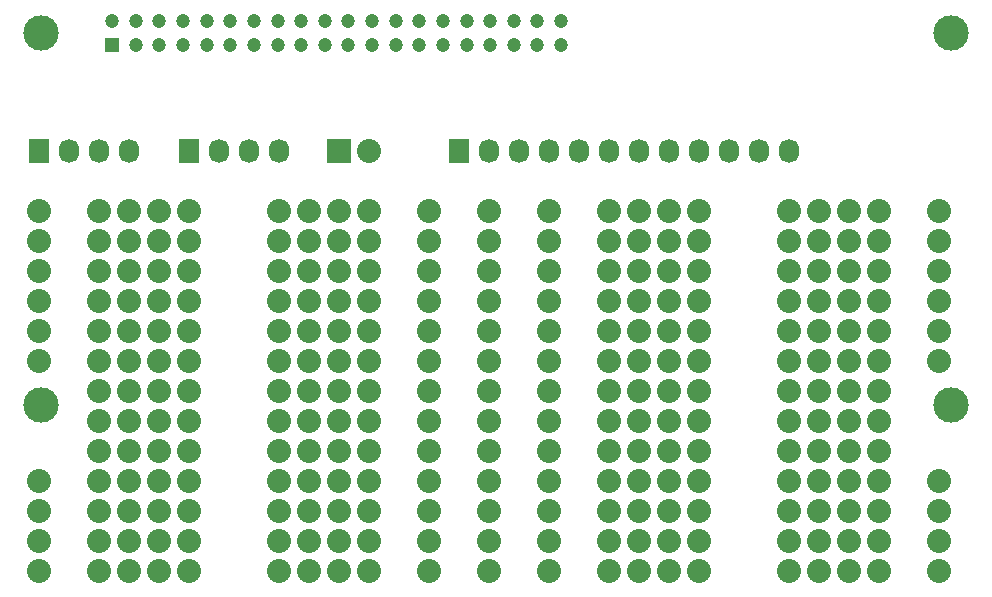
<source format=gbr>
G04 #@! TF.GenerationSoftware,KiCad,Pcbnew,(2017-08-02 revision 9760937)-master*
G04 #@! TF.CreationDate,2017-08-14T12:51:11-05:00*
G04 #@! TF.ProjectId,proto-mezzanine,70726F746F2D6D657A7A616E696E652E,A*
G04 #@! TF.SameCoordinates,Original*
G04 #@! TF.FileFunction,Soldermask,Top*
G04 #@! TF.FilePolarity,Negative*
%FSLAX46Y46*%
G04 Gerber Fmt 4.6, Leading zero omitted, Abs format (unit mm)*
G04 Created by KiCad (PCBNEW (2017-08-02 revision 9760937)-master) date Mon Aug 14 12:51:11 2017*
%MOMM*%
%LPD*%
G01*
G04 APERTURE LIST*
%ADD10C,2.032000*%
%ADD11R,2.032000X2.032000*%
%ADD12O,2.032000X2.032000*%
%ADD13O,1.727200X2.032000*%
%ADD14R,1.727200X2.032000*%
%ADD15R,1.200000X1.200000*%
%ADD16C,1.200000*%
%ADD17C,3.000000*%
G04 APERTURE END LIST*
D10*
X180010000Y-149530000D03*
X180010000Y-119050000D03*
X180010000Y-121590000D03*
X180010000Y-129210000D03*
X180010000Y-126670000D03*
X180010000Y-131750000D03*
X180010000Y-124130000D03*
X180010000Y-144450000D03*
X180010000Y-141910000D03*
X180010000Y-146990000D03*
X136830000Y-149530000D03*
X136830000Y-141910000D03*
X136830000Y-139370000D03*
X136830000Y-144450000D03*
X136830000Y-146990000D03*
X136830000Y-129210000D03*
X136830000Y-131750000D03*
X136830000Y-136830000D03*
X136830000Y-134290000D03*
X136830000Y-124130000D03*
X136830000Y-126670000D03*
X136830000Y-121590000D03*
X146990000Y-149530000D03*
X146990000Y-139370000D03*
X146990000Y-144450000D03*
X146990000Y-141910000D03*
X146990000Y-146990000D03*
X146990000Y-136830000D03*
X146990000Y-134290000D03*
X146990000Y-131750000D03*
X146990000Y-129210000D03*
X146990000Y-126670000D03*
X146990000Y-124130000D03*
X146990000Y-121590000D03*
X146990000Y-119050000D03*
X141910000Y-149530000D03*
X141910000Y-144450000D03*
X141910000Y-146990000D03*
X141910000Y-141910000D03*
X141910000Y-139370000D03*
X141910000Y-131750000D03*
X141910000Y-129210000D03*
X141910000Y-136830000D03*
X141910000Y-134290000D03*
X141910000Y-126670000D03*
X141910000Y-124130000D03*
X141910000Y-121590000D03*
X141910000Y-119050000D03*
X103810000Y-146990000D03*
X103810000Y-144450000D03*
X103810000Y-149530000D03*
X103810000Y-141910000D03*
X103810000Y-131750000D03*
X103810000Y-129210000D03*
X103810000Y-126670000D03*
X103810000Y-121590000D03*
X103810000Y-119050000D03*
X159690000Y-144450000D03*
X169850000Y-139370000D03*
X174930000Y-134290000D03*
X169850000Y-124130000D03*
X169850000Y-141910000D03*
X172390000Y-131750000D03*
X174930000Y-131750000D03*
X157150000Y-119050000D03*
X174930000Y-141910000D03*
X167310000Y-146990000D03*
X154610000Y-136830000D03*
X159690000Y-121590000D03*
X172390000Y-126670000D03*
X157150000Y-141910000D03*
X159690000Y-126670000D03*
X172390000Y-149530000D03*
X154610000Y-124130000D03*
X157150000Y-129210000D03*
X159690000Y-149530000D03*
X159690000Y-146990000D03*
X159690000Y-129210000D03*
X157150000Y-146990000D03*
X159690000Y-141910000D03*
X152070000Y-129210000D03*
X157150000Y-144450000D03*
X152070000Y-144450000D03*
X154610000Y-119050000D03*
X167310000Y-134290000D03*
X174930000Y-129210000D03*
X167310000Y-141910000D03*
X174930000Y-119050000D03*
X152070000Y-141910000D03*
X154610000Y-131750000D03*
X174930000Y-126670000D03*
X157150000Y-121590000D03*
X157150000Y-124130000D03*
X167310000Y-129210000D03*
X172390000Y-121590000D03*
X169850000Y-129210000D03*
X169850000Y-126670000D03*
X174930000Y-139370000D03*
X167310000Y-124130000D03*
X169850000Y-131750000D03*
X152070000Y-119050000D03*
X152070000Y-124130000D03*
X167310000Y-121590000D03*
X152070000Y-149530000D03*
X159690000Y-139370000D03*
X169850000Y-146990000D03*
X174930000Y-146990000D03*
X174930000Y-144450000D03*
X174930000Y-136830000D03*
X172390000Y-124130000D03*
X152070000Y-126670000D03*
X169850000Y-136830000D03*
X172390000Y-119050000D03*
X152070000Y-139370000D03*
X152070000Y-121590000D03*
X157150000Y-149530000D03*
X152070000Y-146990000D03*
X152070000Y-134290000D03*
X152070000Y-136830000D03*
X167310000Y-136830000D03*
X167310000Y-131750000D03*
X167310000Y-119050000D03*
X154610000Y-144450000D03*
X174930000Y-124130000D03*
X172390000Y-129210000D03*
X157150000Y-139370000D03*
X167310000Y-149530000D03*
X159690000Y-131750000D03*
X154610000Y-146990000D03*
X167310000Y-144450000D03*
X169850000Y-134290000D03*
X172390000Y-141910000D03*
X172390000Y-134290000D03*
X174930000Y-121590000D03*
X169850000Y-144450000D03*
X157150000Y-134290000D03*
X157150000Y-126670000D03*
X169850000Y-119050000D03*
X154610000Y-139370000D03*
X157150000Y-136830000D03*
X169850000Y-121590000D03*
X159690000Y-134290000D03*
X172390000Y-139370000D03*
X157150000Y-131750000D03*
X167310000Y-139370000D03*
X167310000Y-126670000D03*
X154610000Y-141910000D03*
X159690000Y-119050000D03*
X172390000Y-144450000D03*
X172390000Y-136830000D03*
X169850000Y-149530000D03*
X152070000Y-131750000D03*
X154610000Y-126670000D03*
X174930000Y-149530000D03*
X154610000Y-134290000D03*
X154610000Y-129210000D03*
X159690000Y-136830000D03*
X154610000Y-149530000D03*
X154610000Y-121590000D03*
X172390000Y-146990000D03*
X159690000Y-124130000D03*
X136830000Y-119050000D03*
X131750000Y-144450000D03*
X129210000Y-119050000D03*
X126670000Y-136830000D03*
X131750000Y-121590000D03*
X129210000Y-141910000D03*
X131750000Y-126670000D03*
X126670000Y-124130000D03*
X129210000Y-129210000D03*
X131750000Y-149530000D03*
X131750000Y-146990000D03*
X131750000Y-129210000D03*
X129210000Y-146990000D03*
X131750000Y-141910000D03*
X124130000Y-129210000D03*
X129210000Y-144450000D03*
X124130000Y-144450000D03*
X126670000Y-119050000D03*
X124130000Y-141910000D03*
X126670000Y-131750000D03*
X129210000Y-121590000D03*
X129210000Y-124130000D03*
X124130000Y-119050000D03*
X124130000Y-124130000D03*
X124130000Y-149530000D03*
X131750000Y-139370000D03*
X124130000Y-126670000D03*
X124130000Y-139370000D03*
X124130000Y-121590000D03*
X129210000Y-149530000D03*
X124130000Y-146990000D03*
X124130000Y-134290000D03*
X124130000Y-136830000D03*
X126670000Y-144450000D03*
X129210000Y-139370000D03*
X131750000Y-131750000D03*
X126670000Y-146990000D03*
X129210000Y-134290000D03*
X129210000Y-126670000D03*
X126670000Y-139370000D03*
X129210000Y-136830000D03*
X131750000Y-134290000D03*
X129210000Y-131750000D03*
X126670000Y-141910000D03*
X131750000Y-119050000D03*
X124130000Y-131750000D03*
X126670000Y-126670000D03*
X126670000Y-134290000D03*
X126670000Y-129210000D03*
X131750000Y-136830000D03*
X126670000Y-149530000D03*
X126670000Y-121590000D03*
X131750000Y-124130000D03*
X111430000Y-124130000D03*
X113970000Y-129210000D03*
X116510000Y-129210000D03*
X108890000Y-129210000D03*
X111430000Y-119050000D03*
X116510000Y-126670000D03*
X108890000Y-126670000D03*
X108890000Y-121590000D03*
X108890000Y-124130000D03*
X113970000Y-126670000D03*
X116510000Y-119050000D03*
X113970000Y-121590000D03*
X111430000Y-126670000D03*
X113970000Y-124130000D03*
X116510000Y-121590000D03*
X113970000Y-119050000D03*
X111430000Y-129210000D03*
X108890000Y-119050000D03*
X111430000Y-121590000D03*
X116510000Y-124130000D03*
X116510000Y-134290000D03*
X113970000Y-131750000D03*
X116510000Y-139370000D03*
X116510000Y-136830000D03*
X113970000Y-136830000D03*
X116510000Y-131750000D03*
X113970000Y-134290000D03*
X108890000Y-134290000D03*
X108890000Y-131750000D03*
X108890000Y-139370000D03*
X113970000Y-139370000D03*
X108890000Y-136830000D03*
X111430000Y-134290000D03*
X111430000Y-136830000D03*
X111430000Y-131750000D03*
X111430000Y-139370000D03*
X116510000Y-144450000D03*
X116510000Y-141910000D03*
X113970000Y-141910000D03*
X108890000Y-144450000D03*
X113970000Y-144450000D03*
X108890000Y-141910000D03*
X111430000Y-141910000D03*
X111430000Y-144450000D03*
X116510000Y-146990000D03*
X108890000Y-146990000D03*
X113970000Y-146990000D03*
X111430000Y-146990000D03*
X108890000Y-149530000D03*
X113970000Y-149530000D03*
X116510000Y-149530000D03*
X111430000Y-149530000D03*
X103810000Y-124130000D03*
D11*
X129210000Y-113970000D03*
D12*
X131750000Y-113970000D03*
D13*
X124130000Y-113970000D03*
X121590000Y-113970000D03*
X119050000Y-113970000D03*
D14*
X116510000Y-113970000D03*
X103810000Y-113970000D03*
D13*
X106350000Y-113970000D03*
X108890000Y-113970000D03*
X111430000Y-113970000D03*
D14*
X139370000Y-113970000D03*
D13*
X141910000Y-113970000D03*
X144450000Y-113970000D03*
X146990000Y-113970000D03*
X149530000Y-113970000D03*
X152070000Y-113970000D03*
X154610000Y-113970000D03*
X157150000Y-113970000D03*
X159690000Y-113970000D03*
X162230000Y-113970000D03*
X164770000Y-113970000D03*
X167310000Y-113970000D03*
D15*
X110000000Y-105000000D03*
D16*
X110000000Y-103000000D03*
X112000000Y-105000000D03*
X112000000Y-103000000D03*
X114000000Y-105000000D03*
X114000000Y-103000000D03*
X116000000Y-105000000D03*
X116000000Y-103000000D03*
X118000000Y-105000000D03*
X118000000Y-103000000D03*
X120000000Y-105000000D03*
X120000000Y-103000000D03*
X122000000Y-105000000D03*
X122000000Y-103000000D03*
X124000000Y-105000000D03*
X124000000Y-103000000D03*
X126000000Y-105000000D03*
X126000000Y-103000000D03*
X128000000Y-105000000D03*
X128000000Y-103000000D03*
X130000000Y-105000000D03*
X130000000Y-103000000D03*
X132000000Y-105000000D03*
X132000000Y-103000000D03*
X134000000Y-105000000D03*
X134000000Y-103000000D03*
X136000000Y-105000000D03*
X136000000Y-103000000D03*
X138000000Y-105000000D03*
X138000000Y-103000000D03*
X140000000Y-105000000D03*
X140000000Y-103000000D03*
X142000000Y-105000000D03*
X142000000Y-103000000D03*
X144000000Y-105000000D03*
X144000000Y-103000000D03*
X146000000Y-105000000D03*
X146000000Y-103000000D03*
X148000000Y-105000000D03*
X148000000Y-103000000D03*
D17*
X104000000Y-135500000D03*
X181000000Y-135500000D03*
X181000000Y-104000000D03*
X104000000Y-104000000D03*
M02*

</source>
